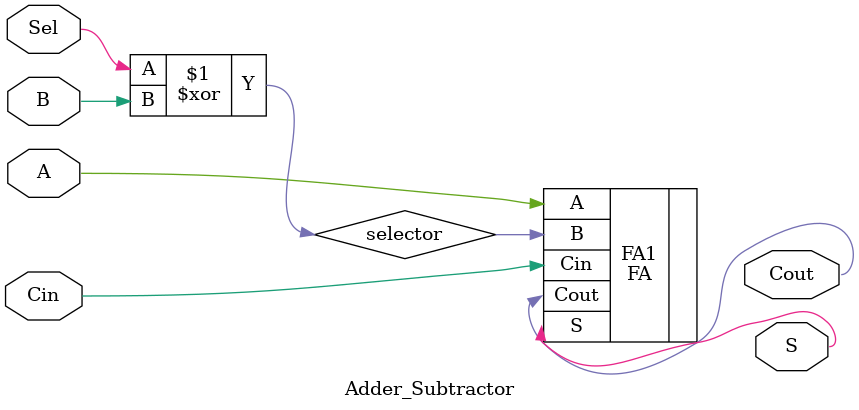
<source format=v>
`timescale 1ns / 1ps
module Adder_Subtractor(
	input A, B, Cin, Sel,
	output S, Cout
    );
	 
	 wire selector;
	 
	 xor #10 (selector, Sel, B);
	 
	 FA FA1 (.S(S), .Cout(Cout), .A(A), .B(selector), .Cin(Cin));
	 
endmodule

</source>
